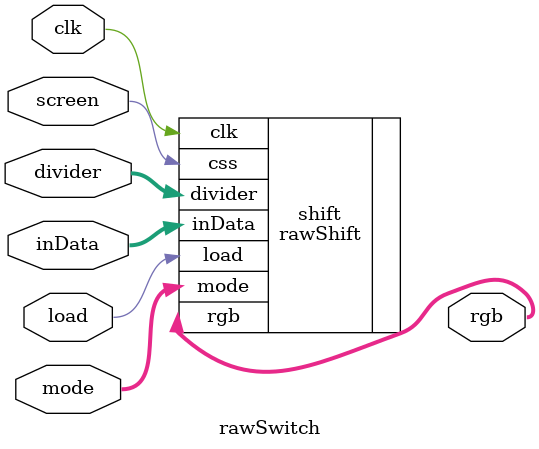
<source format=sv>
`timescale 1ns / 1ps


module rawSwitch(
	input logic [7:0] inData,
	input logic [3:0] mode,
	input logic screen,
	input logic clk,
	input logic [1:0] divider,
	input logic load,
	output logic [8:0] rgb
    );
    
    rawShift shift(
	    .inData (inData),
	    .mode (mode),
        .css (screen),
        .clk (clk),
        .divider (divider),
        .load (load),
        .rgb (rgb)
    );
    
endmodule

</source>
